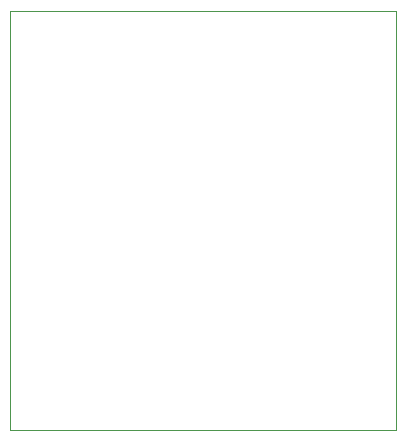
<source format=gbo>
G75*
G70*
%OFA0B0*%
%FSLAX24Y24*%
%IPPOS*%
%LPD*%
%AMOC8*
5,1,8,0,0,1.08239X$1,22.5*
%
%ADD10C,0.0000*%
D10*
X003000Y001708D02*
X003000Y015704D01*
X015870Y015704D01*
X015870Y001708D01*
X003000Y001708D01*
M02*

</source>
